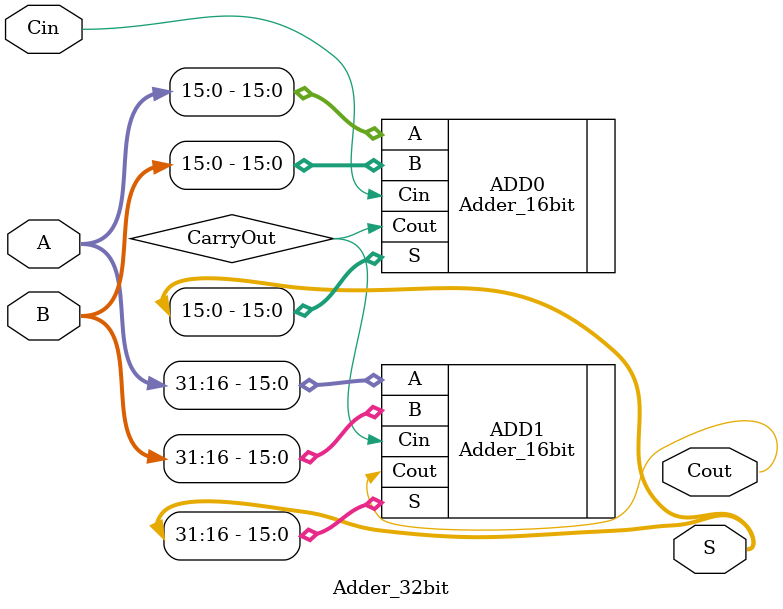
<source format=v>
module Adder_32bit (
    input wire [31:0] A,
    input wire [31:0] B,
    input wire Cin,

    output wire [31:0] S,
    output wire Cout
);

    wire CarryOut;

    Adder_16bit ADD0 (
        .A (A[15:0]),
        .B (B[15:0]),
        .Cin (Cin),
        .S (S[15:0]),
        .Cout (CarryOut)
    );

    Adder_16bit ADD1 (
        .A (A[31:16]),
        .B (B[31:16]),
        .Cin (CarryOut),
        .S (S[31:16]),
        .Cout (Cout)
    );

endmodule
</source>
